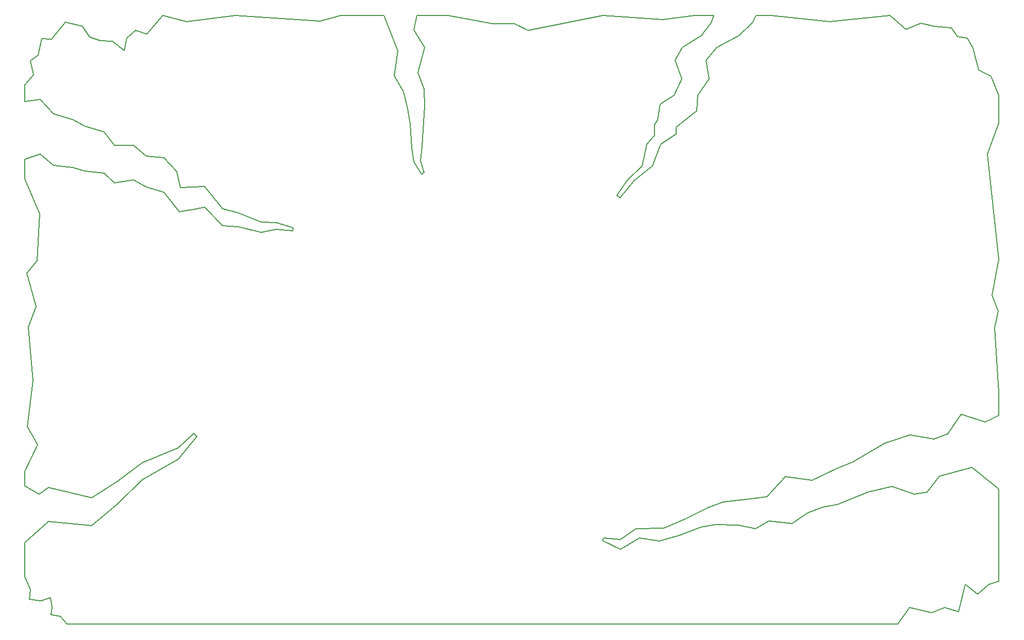
<source format=gbr>
G04 #@! TF.GenerationSoftware,KiCad,Pcbnew,(6.0.0-rc1-dev-557-ge985f797c)*
G04 #@! TF.CreationDate,2019-12-08T22:28:23+01:00*
G04 #@! TF.ProjectId,36C3_Badge_Hardware,333643335F42616467655F4861726477,1.0*
G04 #@! TF.SameCoordinates,Original*
G04 #@! TF.FileFunction,Profile,NP*
%FSLAX46Y46*%
G04 Gerber Fmt 4.6, Leading zero omitted, Abs format (unit mm)*
G04 Created by KiCad (PCBNEW (6.0.0-rc1-dev-557-ge985f797c)) date 12/08/19 22:28:23*
%MOMM*%
%LPD*%
G01*
G04 APERTURE LIST*
%ADD10C,0.200000*%
G04 APERTURE END LIST*
D10*
X31352577Y-90016944D02*
X30396219Y-97531111D01*
X29998791Y-53596497D02*
X29998791Y-56860242D01*
X32429650Y-62568076D02*
X31978205Y-70290602D01*
X29998791Y-56860242D02*
X32429650Y-62568076D01*
X32520602Y-52802747D02*
X29998791Y-53596497D01*
X37803999Y-54981700D02*
X34713886Y-54624514D01*
X39897515Y-55545594D02*
X37803999Y-54981700D01*
X42987078Y-55902783D02*
X39897515Y-55545594D01*
X44657811Y-57512881D02*
X42987078Y-55902783D01*
X59522986Y-61499269D02*
X57897451Y-61789210D01*
X65012539Y-64674269D02*
X62446080Y-64528750D01*
X68781749Y-65610784D02*
X65012539Y-64674269D01*
X74020499Y-65358878D02*
X71298048Y-65127369D01*
X57759648Y-98621415D02*
X58256294Y-99140658D01*
X55213032Y-101018650D02*
X57759648Y-98621415D01*
X32339802Y-108655185D02*
X33842415Y-107583074D01*
X30525203Y-81221201D02*
X31352577Y-90016944D01*
X52825167Y-59052976D02*
X49946721Y-58172135D01*
X57897451Y-61789210D02*
X56329244Y-62069226D01*
X49233999Y-103489748D02*
X55213032Y-101018650D01*
X45188632Y-106566080D02*
X49233999Y-103489748D01*
X29998791Y-107271636D02*
X32339802Y-108655185D01*
X71298048Y-65127369D02*
X68781749Y-65610784D01*
X40926083Y-109231206D02*
X45188632Y-106566080D01*
X30256759Y-72301988D02*
X31796304Y-77841700D01*
X33842415Y-107583074D02*
X40926083Y-109231206D01*
X31796304Y-77841700D02*
X30525203Y-81221201D01*
X31978205Y-70290602D02*
X30256759Y-72301988D01*
X74092158Y-64866643D02*
X74020499Y-65358878D01*
X62446080Y-64528750D02*
X59522986Y-61499269D01*
X56329244Y-62069226D02*
X55381152Y-62238449D01*
X34713886Y-54624514D02*
X32520602Y-52802747D01*
X49946721Y-58172135D02*
X47803045Y-56979856D01*
X47803045Y-56979856D02*
X44657811Y-57512881D01*
X55381152Y-62238449D02*
X52825167Y-59052976D01*
X71298048Y-63998480D02*
X74092158Y-64866643D01*
X32112703Y-100514288D02*
X29998791Y-104953776D01*
X29998791Y-104953776D02*
X29998791Y-107271636D01*
X30396219Y-97531111D02*
X32112703Y-100514288D01*
X68781749Y-63917451D02*
X71298048Y-63998480D01*
X65012539Y-62416492D02*
X68781749Y-63917451D01*
X59522986Y-58112603D02*
X62446080Y-61706528D01*
X40585432Y-33565334D02*
X39441662Y-31766718D01*
X49946721Y-53092135D02*
X52837844Y-53373253D01*
X39897515Y-48207816D02*
X42987078Y-49129450D01*
X29998791Y-44141502D02*
X32520602Y-43771636D01*
X44334246Y-34226793D02*
X42418223Y-34177184D01*
X52655393Y-30004483D02*
X50007906Y-33028449D01*
X30905540Y-37429905D02*
X31435810Y-39744457D01*
X42987078Y-49129450D02*
X44657811Y-51303992D01*
X62446080Y-61706528D02*
X65012539Y-62416492D01*
X55504624Y-58282379D02*
X59522986Y-58112603D01*
X44657811Y-51303992D02*
X47803045Y-51335411D01*
X54971600Y-55645916D02*
X55504624Y-58282379D01*
X52837844Y-53373253D02*
X54971600Y-55645916D01*
X47803045Y-51335411D02*
X49946721Y-53092135D01*
X36634321Y-31130615D02*
X34355597Y-33919766D01*
X34355597Y-33919766D02*
X32790697Y-33818341D01*
X37803999Y-47079478D02*
X39897515Y-48207816D01*
X34713886Y-46157847D02*
X37803999Y-47079478D01*
X32520602Y-43771636D02*
X34713886Y-46157847D01*
X29998791Y-41451018D02*
X29998791Y-44141502D01*
X31435810Y-39744457D02*
X29998791Y-41451018D01*
X39441662Y-31766718D02*
X36634321Y-31130615D01*
X42418223Y-34177184D02*
X40585432Y-33565334D01*
X46340121Y-35715075D02*
X44334246Y-34226793D01*
X50007906Y-33028449D02*
X48176216Y-32423768D01*
X32176643Y-36545753D02*
X30905540Y-37429905D01*
X48176216Y-32423768D02*
X46733135Y-33713061D01*
X32790697Y-33818341D02*
X32176643Y-36545753D01*
X46733135Y-33713061D02*
X46340121Y-35715075D01*
X78430774Y-30901309D02*
X64604090Y-30004483D01*
X52655393Y-30004483D02*
X52655393Y-30004483D01*
X52655393Y-30004483D02*
X52655393Y-30004483D01*
X64604090Y-30004483D02*
X56532091Y-30976276D01*
X56532091Y-30976276D02*
X52655393Y-30004483D01*
X81869254Y-30004483D02*
X78430774Y-30901309D01*
X136977001Y-48355543D02*
X136962664Y-49502071D01*
X134381861Y-44586332D02*
X136615384Y-43109627D01*
X131356252Y-54738063D02*
X132175360Y-51137526D01*
X127715475Y-59935473D02*
X127250802Y-59581592D01*
X140566515Y-43109627D02*
X140326736Y-45683251D01*
X130096175Y-57106636D02*
X127715475Y-59935473D01*
X136962664Y-49502071D02*
X134433137Y-51137526D01*
X133049585Y-54738063D02*
X130096175Y-57106636D01*
X112679432Y-32427073D02*
X110420000Y-31350000D01*
X127250802Y-59581592D02*
X128967286Y-57106636D01*
X124919717Y-30004483D02*
X112679432Y-32427073D01*
X134785921Y-30676965D02*
X124919717Y-30004483D01*
X141130940Y-33333272D02*
X142748756Y-31171407D01*
X137885384Y-40420797D02*
X136776338Y-37336749D01*
X140326736Y-45683251D02*
X137442778Y-47968588D01*
X133384160Y-47964180D02*
X133890726Y-47186965D01*
X140017505Y-30004483D02*
X134785921Y-30676965D01*
X143128012Y-30004483D02*
X140017505Y-30004483D01*
X136776338Y-37336749D02*
X138008856Y-35278511D01*
X133890726Y-47186965D02*
X134381861Y-44586332D01*
X137442778Y-47968588D02*
X136977001Y-48355543D01*
X133391893Y-49701610D02*
X133384160Y-47964180D01*
X132175360Y-51137526D02*
X133391893Y-49701610D01*
X141856358Y-37336749D02*
X142400959Y-40420797D01*
X128967286Y-57106636D02*
X131356252Y-54738063D01*
X142400959Y-40420797D02*
X140566515Y-43109627D01*
X138008856Y-35278511D02*
X141130940Y-33333272D01*
X142748756Y-31171407D02*
X143128012Y-30004483D01*
X136615384Y-43109627D02*
X137885384Y-40420797D01*
X134433137Y-51137526D02*
X133049585Y-54738063D01*
X178961968Y-128132930D02*
X181054380Y-127246574D01*
X36938040Y-130004306D02*
X173396345Y-130004306D01*
X40926083Y-113844879D02*
X33842415Y-113120031D01*
X33842415Y-113120031D02*
X29998791Y-116586073D01*
X188386646Y-123474609D02*
X189998951Y-122916227D01*
X186510859Y-125036754D02*
X188386646Y-123474609D01*
X184464198Y-123468547D02*
X186510859Y-125036754D01*
X173396345Y-130004306D02*
X175302449Y-127262009D01*
X30721985Y-125897199D02*
X32559187Y-126165090D01*
X35767258Y-128694617D02*
X36938040Y-130004306D01*
X34279529Y-128471926D02*
X35767258Y-128694617D01*
X49233999Y-106258503D02*
X45188632Y-110257019D01*
X45188632Y-110257019D02*
X40926083Y-113844879D01*
X185541824Y-104241055D02*
X180214879Y-105668151D01*
X189998951Y-122916227D02*
X189998951Y-107812930D01*
X181054380Y-127246574D02*
X183395391Y-127917955D01*
X55213032Y-102864671D02*
X49233999Y-106258503D01*
X29998791Y-116586073D02*
X29998791Y-122175947D01*
X34485134Y-127216808D02*
X34279529Y-128471926D01*
X32559187Y-126165090D02*
X34161569Y-125696559D01*
X34161569Y-125696559D02*
X34485134Y-127216808D01*
X58256294Y-99140658D02*
X55213032Y-102864671D01*
X29998791Y-122175947D02*
X30859239Y-124302533D01*
X183395391Y-127917955D02*
X184464198Y-123468547D01*
X175302449Y-127262009D02*
X178961968Y-128132930D01*
X30859239Y-124302533D02*
X30721985Y-125897199D01*
X189998951Y-107812930D02*
X185541824Y-104241055D01*
X179307027Y-31787665D02*
X177153429Y-31248025D01*
X189998951Y-70072873D02*
X188096155Y-52737703D01*
X125046497Y-115886579D02*
X127825725Y-116132973D01*
X188867305Y-76006155D02*
X189998951Y-70072873D01*
X163487148Y-110360645D02*
X161134563Y-110777364D01*
X176116042Y-108676132D02*
X172416837Y-107417158D01*
X142206932Y-110860046D02*
X144747482Y-109910854D01*
X156014324Y-113502022D02*
X152234090Y-113068768D01*
X172416837Y-107417158D02*
X168433202Y-108288629D01*
X186689452Y-38992047D02*
X185724275Y-35332531D01*
X188735013Y-39973763D02*
X186689452Y-38992047D01*
X163385175Y-104388781D02*
X165925725Y-103440139D01*
X181573074Y-98752603D02*
X183778485Y-95553351D01*
X158012480Y-112152647D02*
X156014324Y-113502022D01*
X154935044Y-105761857D02*
X159365713Y-106336775D01*
X138459218Y-112731422D02*
X142206932Y-110860046D01*
X158626533Y-111703408D02*
X158012480Y-112152647D01*
X159365713Y-106336775D02*
X163385175Y-104388781D01*
X127820764Y-117673619D02*
X124834830Y-116268573D01*
X180214879Y-105668151D02*
X178196880Y-108335481D01*
X189258668Y-81276875D02*
X189934457Y-78610645D01*
X187816690Y-96823351D02*
X189998951Y-95702178D01*
X175417652Y-98899226D02*
X179304823Y-99625728D01*
X161134563Y-110777364D02*
X158626533Y-111703408D01*
X130957732Y-115866186D02*
X127820764Y-117673619D01*
X143434488Y-113637621D02*
X141081901Y-114053789D01*
X168433202Y-108288629D02*
X163487148Y-110360645D01*
X134157536Y-116385430D02*
X130957732Y-115866186D01*
X147339848Y-33333272D02*
X143653321Y-35278511D01*
X150078838Y-30004483D02*
X149521559Y-31171407D01*
X162215497Y-31050689D02*
X152574190Y-30004483D01*
X189934457Y-78610645D02*
X188867305Y-76006155D01*
X171246608Y-100303171D02*
X175417652Y-98899226D01*
X144747482Y-109910854D02*
X148602683Y-109474293D01*
X184853357Y-33711957D02*
X183196402Y-33489817D01*
X189998951Y-43102461D02*
X188735013Y-39973763D01*
X148602683Y-109474293D02*
X151893989Y-109038282D01*
X183778485Y-95553351D02*
X187816690Y-96823351D01*
X189998951Y-91846978D02*
X189258668Y-81276875D01*
X165925725Y-103440139D02*
X171246608Y-100303171D01*
X151893989Y-109038282D02*
X154935044Y-105761857D01*
X183196402Y-33489817D02*
X182230121Y-32065476D01*
X188096155Y-52737703D02*
X189998951Y-47664318D01*
X130383915Y-114321680D02*
X134907739Y-114255532D01*
X127825725Y-116132973D02*
X130383915Y-114321680D01*
X124834830Y-116268573D02*
X125046497Y-115886579D01*
X147102274Y-113732981D02*
X143434488Y-113637621D01*
X152234090Y-113068768D02*
X150030329Y-114327742D01*
X143653321Y-35278511D02*
X141856358Y-37336749D01*
X150030329Y-114327742D02*
X147102274Y-113732981D01*
X189998951Y-95702178D02*
X189998951Y-91846978D01*
X141081901Y-114053789D02*
X137521603Y-115393241D01*
X174695561Y-32262261D02*
X172138472Y-30004483D01*
X149521559Y-31171407D02*
X147339848Y-33333272D01*
X189998951Y-47664318D02*
X189998951Y-43102461D01*
X152574190Y-30004483D02*
X150078838Y-30004483D01*
X137521603Y-115393241D02*
X134157536Y-116385430D01*
X172138472Y-30004483D02*
X162215497Y-31050689D01*
X179304823Y-99625728D02*
X181573074Y-98752603D01*
X178196880Y-108335481D02*
X176116042Y-108676132D01*
X182230121Y-32065476D02*
X179307027Y-31787665D01*
X134907739Y-114255532D02*
X138459218Y-112731422D01*
X185724275Y-35332531D02*
X184853357Y-33711957D01*
X177153429Y-31248025D02*
X174695561Y-32262261D01*
X92202335Y-42552899D02*
X90680430Y-39921950D01*
X95554275Y-42067279D02*
X95679401Y-44901075D01*
X92886394Y-45305669D02*
X92202335Y-42552899D01*
X99433176Y-30004483D02*
X94385147Y-30004483D01*
X106832690Y-31350000D02*
X99433176Y-30004483D01*
X95699797Y-35201893D02*
X94590751Y-39355298D01*
X95108894Y-56042240D02*
X93862045Y-54004395D01*
X88929218Y-30004483D02*
X81869254Y-30004483D01*
X91231093Y-35849571D02*
X88929218Y-30004483D01*
X90680430Y-39921950D02*
X91231093Y-35849571D01*
X95485373Y-47495645D02*
X95214174Y-51527235D01*
X95214174Y-51527235D02*
X94979357Y-53842891D01*
X93250746Y-47819210D02*
X92886394Y-45305669D01*
X95679401Y-44901075D02*
X95485373Y-47495645D01*
X93858187Y-32332266D02*
X95699797Y-35201893D01*
X94590751Y-39355298D02*
X95554275Y-42067279D01*
X94385147Y-30004483D02*
X93858187Y-32332266D01*
X95584591Y-55826713D02*
X95108894Y-56042240D01*
X93862045Y-54004395D02*
X93538480Y-51770322D01*
X94979357Y-53842891D02*
X95584591Y-55826713D01*
X93538480Y-51770322D02*
X93250746Y-47819210D01*
X110420000Y-31350000D02*
X106832690Y-31350000D01*
M02*

</source>
